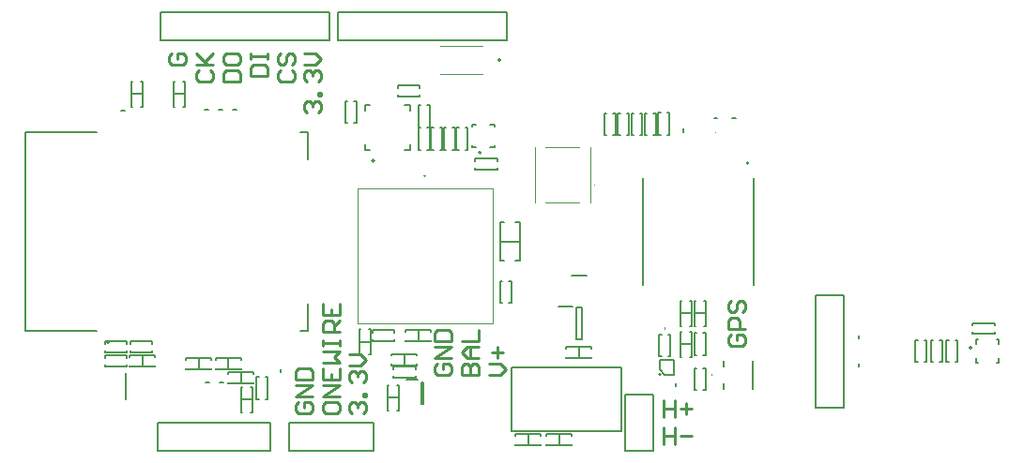
<source format=gto>
G04*
G04 #@! TF.GenerationSoftware,Altium Limited,Altium Designer,22.3.1 (43)*
G04*
G04 Layer_Color=65535*
%FSLAX25Y25*%
%MOIN*%
G70*
G04*
G04 #@! TF.SameCoordinates,D668225F-02C3-4EAC-AD72-9857121BA27B*
G04*
G04*
G04 #@! TF.FilePolarity,Positive*
G04*
G01*
G75*
%ADD10C,0.00787*%
%ADD11C,0.00394*%
%ADD12C,0.00591*%
%ADD13C,0.00500*%
%ADD14C,0.01000*%
D10*
X224224Y260606D02*
G03*
X224224Y261394I0J394D01*
G01*
D02*
G03*
X224224Y260606I0J-394D01*
G01*
X217728Y228083D02*
G03*
X217728Y228083I-394J0D01*
G01*
X179776Y225189D02*
G03*
X179776Y225189I-394J0D01*
G01*
X85724Y160630D02*
G03*
X85724Y160630I-394J0D01*
G01*
X197606Y219847D02*
G03*
X198000Y219847I197J0D01*
G01*
D02*
G03*
X197606Y219847I-197J0D01*
G01*
D02*
G03*
X198000Y219847I197J0D01*
G01*
X299858Y149051D02*
G03*
X299858Y149051I-122J0D01*
G01*
X281591Y149122D02*
G03*
X281591Y149122I-394J0D01*
G01*
X312606Y224386D02*
G03*
X312606Y224386I-307J0D01*
G01*
X391988Y158681D02*
G03*
X391988Y158681I-394J0D01*
G01*
X283000Y165276D02*
G03*
X283000Y165669I0J197D01*
G01*
D02*
G03*
X283000Y165276I0J-197D01*
G01*
D02*
G03*
X283000Y165669I0J197D01*
G01*
X146500Y149909D02*
Y151091D01*
X228512Y129149D02*
X267488D01*
X228512D02*
Y151788D01*
X267488D01*
Y129149D02*
Y151788D01*
X289665Y235409D02*
Y236591D01*
X104000Y268000D02*
X164000D01*
X104000Y278000D02*
X164000D01*
X104000Y268000D02*
Y278000D01*
X164000Y268000D02*
Y278000D01*
X167000Y268000D02*
X227000D01*
X167000Y278000D02*
X227000D01*
X167000Y268000D02*
Y278000D01*
X227000Y268000D02*
Y278000D01*
X191291Y147323D02*
X195228D01*
X196606Y138563D02*
Y146437D01*
Y138563D02*
X197394D01*
Y146437D01*
X196606D02*
X197394D01*
X143000Y122000D02*
Y132000D01*
X103000Y122000D02*
X143000D01*
X103000Y132000D02*
X143000D01*
X103000Y122000D02*
Y132000D01*
X149500Y122000D02*
Y132000D01*
X179500D01*
Y122000D02*
Y132000D01*
X149500Y122000D02*
X179500D01*
X119695Y243351D02*
X120876D01*
X251496Y172949D02*
X253661D01*
Y161531D02*
Y172949D01*
X251496Y161531D02*
X253661D01*
X251496D02*
Y172949D01*
X245197Y173343D02*
X250118D01*
X336500Y137500D02*
X346500D01*
X336500D02*
Y177500D01*
X346500Y137500D02*
Y177500D01*
X336500D02*
X346500D01*
X269000Y122000D02*
X279000D01*
X269000D02*
Y142000D01*
X279000D01*
Y122000D02*
Y142000D01*
X287000Y144909D02*
Y146091D01*
X314118Y143882D02*
Y154118D01*
X303882Y151996D02*
Y154118D01*
Y143882D02*
Y146004D01*
X281197Y150925D02*
Y154303D01*
X286378D01*
Y149122D02*
Y154303D01*
X283000Y149122D02*
X286378D01*
X281197Y150925D02*
X283000Y149122D01*
X275315Y181102D02*
Y218898D01*
X314685Y181102D02*
Y218898D01*
X352000Y161909D02*
Y163091D01*
Y151909D02*
Y153091D01*
X249744Y184500D02*
X255256D01*
X91500Y140472D02*
Y149528D01*
X119914Y146330D02*
X121096D01*
X124909Y146335D02*
X126091D01*
X124628Y243326D02*
X125809D01*
X89898Y243163D02*
X91079D01*
X129561Y243351D02*
X130742D01*
X306909Y240335D02*
X308090D01*
X300440Y240399D02*
X301621D01*
D11*
X258012Y216717D02*
G03*
X258012Y216323I0J-197D01*
G01*
D02*
G03*
X258012Y216717I0J197D01*
G01*
X307500Y235012D02*
G03*
X307500Y235405I0J197D01*
G01*
D02*
G03*
X307500Y235012I0J-197D01*
G01*
X301000D02*
G03*
X301000Y235405I0J197D01*
G01*
D02*
G03*
X301000Y235012I0J-197D01*
G01*
X203358Y256079D02*
X218319D01*
X203358Y265921D02*
X218319D01*
X256437Y210417D02*
Y230102D01*
X236752Y210417D02*
Y230102D01*
X240689D02*
X252500D01*
X240689Y210417D02*
X252500D01*
X221996Y167504D02*
Y215496D01*
X174004Y167504D02*
X221996D01*
X174004D02*
Y215496D01*
X221996D01*
D12*
X93000Y152000D02*
Y152500D01*
Y152000D02*
X102000D01*
Y152500D01*
Y155500D02*
Y156000D01*
X93000D02*
X102000D01*
X93000Y155500D02*
Y156000D01*
X97500Y152000D02*
Y156000D01*
X241000Y124000D02*
Y124500D01*
Y124000D02*
X250000D01*
Y124500D01*
Y127500D02*
Y128000D01*
X241000D02*
X250000D01*
X241000Y127500D02*
Y128000D01*
X245500Y124000D02*
Y128000D01*
X239000Y127500D02*
Y128000D01*
X230000D02*
X239000D01*
X230000Y127500D02*
Y128000D01*
Y124000D02*
Y124500D01*
Y124000D02*
X239000D01*
Y124500D01*
X234500Y124000D02*
Y128000D01*
X195937Y248031D02*
Y248819D01*
X188063Y248031D02*
X195937D01*
X188063D02*
Y248819D01*
Y251181D02*
Y251969D01*
X195937D01*
Y251181D02*
Y251969D01*
X223437Y222031D02*
Y222819D01*
X215563Y222031D02*
X223437D01*
X215563D02*
Y222819D01*
Y225181D02*
Y225969D01*
X223437D01*
Y225181D02*
Y225969D01*
X203181Y236937D02*
X203969D01*
Y229063D02*
Y236937D01*
X203181Y229063D02*
X203969D01*
X200031D02*
X200819D01*
X200031D02*
Y236937D01*
X200819D01*
X207681D02*
X208469D01*
Y229063D02*
Y236937D01*
X207681Y229063D02*
X208469D01*
X204532D02*
X205319D01*
X204532D02*
Y236937D01*
X205319D01*
X212181D02*
X212968D01*
Y229063D02*
Y236937D01*
X212181Y229063D02*
X212968D01*
X209032D02*
X209819D01*
X209032D02*
Y236937D01*
X209819D01*
X198681D02*
X199469D01*
Y229063D02*
Y236937D01*
X198681Y229063D02*
X199469D01*
X195531D02*
X196319D01*
X195531D02*
Y236937D01*
X196319D01*
X198681Y244937D02*
X199469D01*
Y237063D02*
Y244937D01*
X198681Y237063D02*
X199469D01*
X195531D02*
X196319D01*
X195531D02*
Y244937D01*
X196319D01*
X172681Y246437D02*
X173468D01*
Y238563D02*
Y246437D01*
X172681Y238563D02*
X173468D01*
X169532D02*
X170319D01*
X169532D02*
Y246437D01*
X170319D01*
X190500Y152500D02*
Y156500D01*
X186000Y156000D02*
Y156500D01*
X195000D01*
Y156000D02*
Y156500D01*
Y152500D02*
Y153000D01*
X186000Y152500D02*
X195000D01*
X186000D02*
Y153000D01*
X194437Y148031D02*
Y148819D01*
X186563Y148031D02*
X194437D01*
X186563D02*
Y148819D01*
Y151181D02*
Y151969D01*
X194437D01*
Y151181D02*
Y151969D01*
X184500Y141000D02*
X188500D01*
X188000Y145500D02*
X188500D01*
Y136500D02*
Y145500D01*
X188000Y136500D02*
X188500D01*
X184500D02*
X185000D01*
X184500D02*
Y145500D01*
X185000D01*
X377532Y153563D02*
X378319D01*
X377532D02*
Y161437D01*
X378319D01*
X380681D02*
X381469D01*
Y153563D02*
Y161437D01*
X380681Y153563D02*
X381469D01*
X132500Y146000D02*
Y150000D01*
X137000Y146000D02*
Y146500D01*
X128000Y146000D02*
X137000D01*
X128000D02*
Y146500D01*
Y149500D02*
Y150000D01*
X137000D01*
Y149500D02*
Y150000D01*
X141181Y148205D02*
X141969D01*
Y140331D02*
Y148205D01*
X141181Y140331D02*
X141969D01*
X138031D02*
X138819D01*
X138031D02*
Y148205D01*
X138819D01*
X132500Y140236D02*
X136500D01*
X132500Y135736D02*
X133000D01*
X132500D02*
Y144736D01*
X133000D01*
X136000D02*
X136500D01*
Y135736D02*
Y144736D01*
X136000Y135736D02*
X136500D01*
X123500Y151000D02*
Y151500D01*
Y151000D02*
X132500D01*
Y151500D01*
Y154500D02*
Y155000D01*
X123500D02*
X132500D01*
X123500Y154500D02*
Y155000D01*
X128000Y151000D02*
Y155000D01*
X122000Y154500D02*
Y155000D01*
X113000D02*
X122000D01*
X113000Y154500D02*
Y155000D01*
Y151000D02*
Y151500D01*
Y151000D02*
X122000D01*
Y151500D01*
X117500Y151000D02*
Y155000D01*
X178000Y156236D02*
X178500D01*
Y165236D01*
X178000D02*
X178500D01*
X174500D02*
X175000D01*
X174500Y156236D02*
Y165236D01*
Y156236D02*
X175000D01*
X174500Y160736D02*
X178500D01*
X200000Y164500D02*
Y165000D01*
X191000D02*
X200000D01*
X191000Y164500D02*
Y165000D01*
Y161000D02*
Y161500D01*
Y161000D02*
X200000D01*
Y161500D01*
X195500Y161000D02*
Y165000D01*
X293500Y175500D02*
X294000D01*
X293500Y166500D02*
Y175500D01*
Y166500D02*
X294000D01*
X297000D02*
X297500D01*
Y175500D01*
X297000D02*
X297500D01*
X293500Y171000D02*
X297500D01*
X292000Y166500D02*
X292500D01*
Y175500D01*
X292000D02*
X292500D01*
X288500D02*
X289000D01*
X288500Y166500D02*
Y175500D01*
Y166500D02*
X289000D01*
X288500Y171000D02*
X292500D01*
X292000Y155500D02*
X292500D01*
Y164500D01*
X292000D02*
X292500D01*
X288500D02*
X289000D01*
X288500Y155500D02*
Y164500D01*
Y155500D02*
X289000D01*
X288500Y160000D02*
X292500D01*
X257000Y158500D02*
Y159000D01*
X248000D02*
X257000D01*
X248000Y158500D02*
Y159000D01*
Y155000D02*
Y155500D01*
Y155000D02*
X257000D01*
Y155500D01*
X252500Y155000D02*
Y159000D01*
X97000Y244500D02*
X97500D01*
Y253500D01*
X97000D02*
X97500D01*
X93500D02*
X94000D01*
X93500Y244500D02*
Y253500D01*
Y244500D02*
X94000D01*
X93500Y249000D02*
X97500D01*
X112000Y244500D02*
X112500D01*
Y253500D01*
X112000D02*
X112500D01*
X108500D02*
X109000D01*
X108500Y244500D02*
Y253500D01*
Y244500D02*
X109000D01*
X108500Y249000D02*
X112500D01*
X375181Y153563D02*
X375969D01*
Y161437D01*
X375181D02*
X375969D01*
X372031D02*
X372819D01*
X372031Y153563D02*
Y161437D01*
Y153563D02*
X372819D01*
X400169Y166681D02*
Y167469D01*
X392295D02*
X400169D01*
X392295Y166681D02*
Y167469D01*
Y163531D02*
Y164319D01*
Y163531D02*
X400169D01*
Y164319D01*
X386181Y153563D02*
X386968D01*
Y161437D01*
X386181D02*
X386968D01*
X383032D02*
X383819D01*
X383032Y153563D02*
Y161437D01*
Y153563D02*
X383819D01*
X224457Y196500D02*
X231543D01*
X224457Y203193D02*
X226031D01*
X224457Y189807D02*
Y203193D01*
Y189807D02*
X226031D01*
X229969D02*
X231543D01*
Y203193D01*
X229969D02*
X231543D01*
X224532Y182437D02*
X225319D01*
X224532Y174563D02*
Y182437D01*
Y174563D02*
X225319D01*
X227681D02*
X228468D01*
Y182437D01*
X227681D02*
X228468D01*
X186937Y164181D02*
Y164969D01*
X179063D02*
X186937D01*
X179063Y164181D02*
Y164969D01*
Y161031D02*
Y161819D01*
Y161031D02*
X186937D01*
Y161819D01*
X84063Y157032D02*
Y157819D01*
Y157032D02*
X91937D01*
Y157819D01*
Y160181D02*
Y160968D01*
X84063D02*
X91937D01*
X84063Y160181D02*
Y160968D01*
Y152032D02*
Y152819D01*
Y152032D02*
X91937D01*
Y152819D01*
Y155181D02*
Y155968D01*
X84063D02*
X91937D01*
X84063Y155181D02*
Y155968D01*
X100937Y160181D02*
Y160968D01*
X93063D02*
X100937D01*
X93063Y160181D02*
Y160968D01*
Y157032D02*
Y157819D01*
Y157032D02*
X100937D01*
Y157819D01*
X261531Y242169D02*
X262319D01*
X261531Y234295D02*
Y242169D01*
Y234295D02*
X262319D01*
X264681D02*
X265469D01*
Y242169D01*
X264681D02*
X265469D01*
X266331Y242183D02*
X267118D01*
X266331Y234309D02*
Y242183D01*
Y234309D02*
X267118D01*
X269480D02*
X270268D01*
Y242183D01*
X269480D02*
X270268D01*
X271108Y242161D02*
X271895D01*
X271108Y234287D02*
Y242161D01*
Y234287D02*
X271895D01*
X274257D02*
X275045D01*
Y242161D01*
X274257D02*
X275045D01*
X275885Y242183D02*
X276672D01*
X275885Y234309D02*
Y242183D01*
Y234309D02*
X276672D01*
X279034D02*
X279822D01*
Y242183D01*
X279034D02*
X279822D01*
X280617Y242205D02*
X281405D01*
X280617Y234331D02*
Y242205D01*
Y234331D02*
X281405D01*
X283767D02*
X284555D01*
Y242205D01*
X283767D02*
X284555D01*
X293531Y151437D02*
X294319D01*
X293531Y143563D02*
Y151437D01*
Y143563D02*
X294319D01*
X296681D02*
X297468D01*
Y151437D01*
X296681D02*
X297468D01*
X296681Y156063D02*
X297468D01*
Y163937D01*
X296681D02*
X297468D01*
X293531D02*
X294319D01*
X293531Y156063D02*
Y163937D01*
Y156063D02*
X294319D01*
X281031Y163437D02*
X281819D01*
X281031Y155563D02*
Y163437D01*
Y155563D02*
X281819D01*
X284181D02*
X284968D01*
Y163437D01*
X284181D02*
X284968D01*
D13*
X222571Y229933D02*
Y230642D01*
X220996Y229933D02*
X222571D01*
X214461D02*
X216035D01*
X214461D02*
Y230642D01*
Y237335D02*
Y238043D01*
X216035D01*
X222571Y237335D02*
Y238043D01*
X220996D02*
X222571D01*
X176429Y243142D02*
Y245071D01*
X178358D01*
X192571Y228929D02*
Y230858D01*
X190642Y228929D02*
X192571D01*
X190642Y245071D02*
X192571D01*
Y243142D02*
Y245071D01*
X176429Y228929D02*
X178358D01*
X176429D02*
Y230858D01*
X153638Y164567D02*
X156197D01*
Y174213D01*
Y225787D02*
Y235433D01*
X153638D02*
X156197D01*
X55803Y164567D02*
X81394D01*
X55803D02*
Y235433D01*
X81394D01*
X401555Y153445D02*
Y155020D01*
X400846Y153445D02*
X401555D01*
Y159980D02*
Y161555D01*
X400846D02*
X401555D01*
X393445D02*
X394153D01*
X393445Y159980D02*
Y161555D01*
Y153445D02*
Y155020D01*
Y153445D02*
X394153D01*
D14*
X306502Y163499D02*
X305502Y162499D01*
Y160500D01*
X306502Y159500D01*
X310500D01*
X311500Y160500D01*
Y162499D01*
X310500Y163499D01*
X308501D01*
Y161499D01*
X311500Y165498D02*
X305502D01*
Y168497D01*
X306502Y169497D01*
X308501D01*
X309501Y168497D01*
Y165498D01*
X306502Y175495D02*
X305502Y174495D01*
Y172496D01*
X306502Y171496D01*
X307501D01*
X308501Y172496D01*
Y174495D01*
X309501Y175495D01*
X310500D01*
X311500Y174495D01*
Y172496D01*
X310500Y171496D01*
X202306Y152999D02*
X201307Y151999D01*
Y150000D01*
X202306Y149000D01*
X206305D01*
X207305Y150000D01*
Y151999D01*
X206305Y152999D01*
X204306D01*
Y150999D01*
X207305Y154998D02*
X201307D01*
X207305Y158997D01*
X201307D01*
Y160996D02*
X207305D01*
Y163995D01*
X206305Y164995D01*
X202306D01*
X201307Y163995D01*
Y160996D01*
X210904Y149000D02*
X216902D01*
Y151999D01*
X215903Y152999D01*
X214903D01*
X213903Y151999D01*
Y149000D01*
Y151999D01*
X212904Y152999D01*
X211904D01*
X210904Y151999D01*
Y149000D01*
X216902Y154998D02*
X212904D01*
X210904Y156997D01*
X212904Y158997D01*
X216902D01*
X213903D01*
Y154998D01*
X210904Y160996D02*
X216902D01*
Y164995D01*
X220502Y149000D02*
X224501D01*
X226500Y150999D01*
X224501Y152999D01*
X220502D01*
X223501Y154998D02*
Y158997D01*
X221502Y156997D02*
X225500D01*
X108013Y263500D02*
X107014Y262500D01*
Y260501D01*
X108013Y259501D01*
X112012D01*
X113012Y260501D01*
Y262500D01*
X112012Y263500D01*
X110013D01*
Y261501D01*
X117611Y257502D02*
X116611Y256502D01*
Y254503D01*
X117611Y253503D01*
X121610D01*
X122609Y254503D01*
Y256502D01*
X121610Y257502D01*
X116611Y259501D02*
X122609D01*
X120610D01*
X116611Y263500D01*
X119610Y260501D01*
X122609Y263500D01*
X126209Y253503D02*
X132207D01*
Y256502D01*
X131207Y257502D01*
X127209D01*
X126209Y256502D01*
Y253503D01*
Y262500D02*
Y260501D01*
X127209Y259501D01*
X131207D01*
X132207Y260501D01*
Y262500D01*
X131207Y263500D01*
X127209D01*
X126209Y262500D01*
X135807Y255503D02*
X141805D01*
Y258502D01*
X140805Y259501D01*
X136806D01*
X135807Y258502D01*
Y255503D01*
Y261501D02*
Y263500D01*
Y262500D01*
X141805D01*
Y261501D01*
Y263500D01*
X146404Y257502D02*
X145404Y256502D01*
Y254503D01*
X146404Y253503D01*
X150403D01*
X151402Y254503D01*
Y256502D01*
X150403Y257502D01*
X146404Y263500D02*
X145404Y262500D01*
Y260501D01*
X146404Y259501D01*
X147404D01*
X148403Y260501D01*
Y262500D01*
X149403Y263500D01*
X150403D01*
X151402Y262500D01*
Y260501D01*
X150403Y259501D01*
X156002Y242507D02*
X155002Y243507D01*
Y245506D01*
X156002Y246505D01*
X157001D01*
X158001Y245506D01*
Y244506D01*
Y245506D01*
X159001Y246505D01*
X160000D01*
X161000Y245506D01*
Y243507D01*
X160000Y242507D01*
X161000Y248505D02*
X160000D01*
Y249504D01*
X161000D01*
Y248505D01*
X156002Y253503D02*
X155002Y254503D01*
Y256502D01*
X156002Y257502D01*
X157001D01*
X158001Y256502D01*
Y255503D01*
Y256502D01*
X159001Y257502D01*
X160000D01*
X161000Y256502D01*
Y254503D01*
X160000Y253503D01*
X155002Y259501D02*
X159001D01*
X161000Y261501D01*
X159001Y263500D01*
X155002D01*
X152844Y139460D02*
X151844Y138460D01*
Y136461D01*
X152844Y135461D01*
X156843D01*
X157843Y136461D01*
Y138460D01*
X156843Y139460D01*
X154843D01*
Y137460D01*
X157843Y141459D02*
X151844D01*
X157843Y145458D01*
X151844D01*
Y147457D02*
X157843D01*
Y150456D01*
X156843Y151456D01*
X152844D01*
X151844Y150456D01*
Y147457D01*
X161442Y138460D02*
Y136461D01*
X162442Y135461D01*
X166440D01*
X167440Y136461D01*
Y138460D01*
X166440Y139460D01*
X162442D01*
X161442Y138460D01*
X167440Y141459D02*
X161442D01*
X167440Y145458D01*
X161442D01*
Y151456D02*
Y147457D01*
X167440D01*
Y151456D01*
X164441Y147457D02*
Y149456D01*
X161442Y153455D02*
X167440D01*
X165441Y155455D01*
X167440Y157454D01*
X161442D01*
Y159453D02*
Y161452D01*
Y160453D01*
X167440D01*
Y159453D01*
Y161452D01*
Y164452D02*
X161442D01*
Y167451D01*
X162442Y168450D01*
X164441D01*
X165441Y167451D01*
Y164452D01*
Y166451D02*
X167440Y168450D01*
X161442Y174448D02*
Y170450D01*
X167440D01*
Y174448D01*
X164441Y170450D02*
Y172449D01*
X172039Y135461D02*
X171040Y136461D01*
Y138460D01*
X172039Y139460D01*
X173039D01*
X174039Y138460D01*
Y137460D01*
Y138460D01*
X175038Y139460D01*
X176038D01*
X177038Y138460D01*
Y136461D01*
X176038Y135461D01*
X177038Y141459D02*
X176038D01*
Y142459D01*
X177038D01*
Y141459D01*
X172039Y146457D02*
X171040Y147457D01*
Y149456D01*
X172039Y150456D01*
X173039D01*
X174039Y149456D01*
Y148457D01*
Y149456D01*
X175038Y150456D01*
X176038D01*
X177038Y149456D01*
Y147457D01*
X176038Y146457D01*
X171040Y152455D02*
X175038D01*
X177038Y154455D01*
X175038Y156454D01*
X171040D01*
X282500Y140096D02*
Y134098D01*
Y137097D01*
X286499D01*
Y140096D01*
Y134098D01*
X288498Y137097D02*
X292497D01*
X290497Y139096D02*
Y135097D01*
X282500Y130498D02*
Y124500D01*
Y127499D01*
X286499D01*
Y130498D01*
Y124500D01*
X288498Y127499D02*
X292497D01*
M02*

</source>
